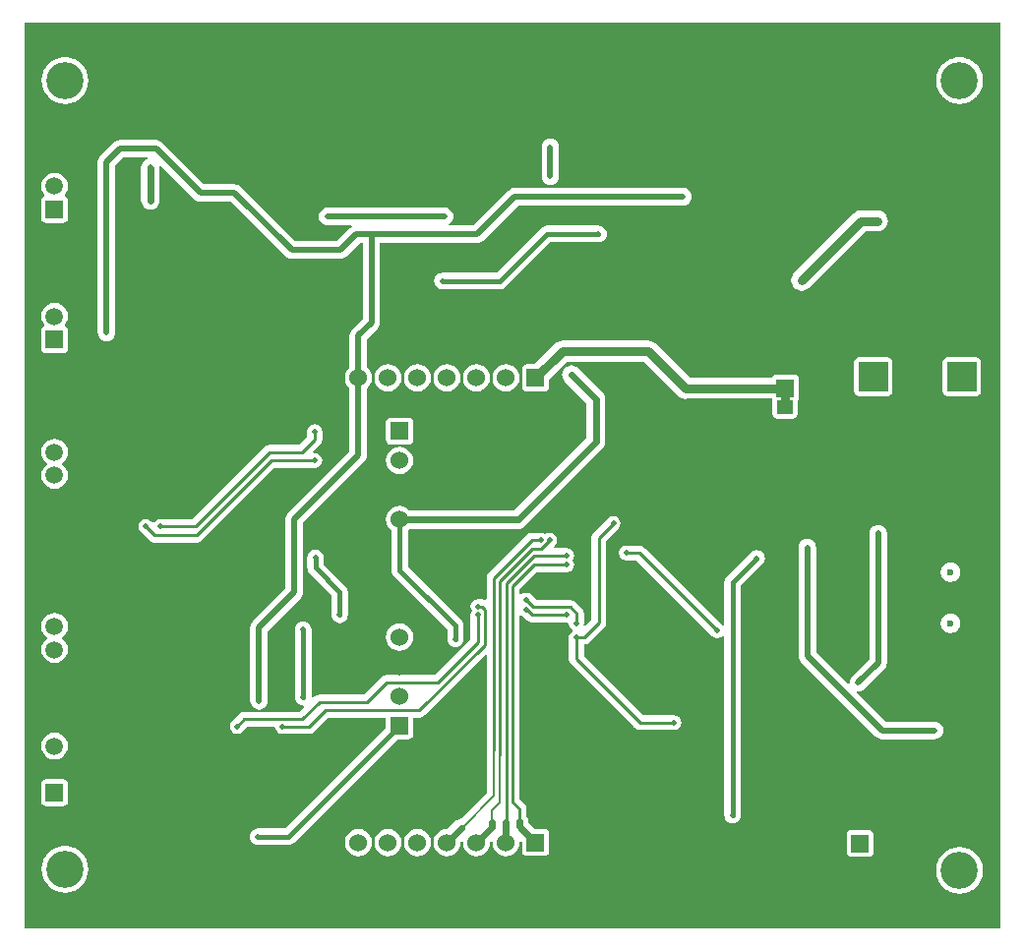
<source format=gbl>
G04 Layer_Physical_Order=2*
G04 Layer_Color=255*
%FSLAX25Y25*%
%MOIN*%
G70*
G01*
G75*
%ADD15R,0.05315X0.04528*%
%ADD41C,0.01968*%
%ADD42C,0.01968*%
%ADD43C,0.01575*%
%ADD45C,0.01000*%
%ADD46C,0.02362*%
%ADD47C,0.03150*%
%ADD48C,0.00787*%
%ADD50C,0.12598*%
%ADD51R,0.05905X0.05905*%
%ADD52C,0.05905*%
%ADD53R,0.05905X0.05905*%
%ADD54R,0.09842X0.09842*%
%ADD55C,0.09842*%
%ADD56C,0.06000*%
%ADD57R,0.06000X0.06000*%
%ADD58R,0.06000X0.06000*%
%ADD59C,0.02362*%
G36*
X342486Y11845D02*
X11845D01*
Y318864D01*
X342486D01*
Y11845D01*
D02*
G37*
%LPC*%
G36*
X22047Y118740D02*
X20865Y118584D01*
X19764Y118128D01*
X18818Y117402D01*
X18092Y116457D01*
X17636Y115355D01*
X17481Y114173D01*
X17636Y112991D01*
X18092Y111890D01*
X18818Y110944D01*
X19415Y110486D01*
Y109986D01*
X18818Y109528D01*
X18092Y108582D01*
X17636Y107481D01*
X17481Y106299D01*
X17636Y105117D01*
X18092Y104016D01*
X18818Y103070D01*
X19764Y102344D01*
X20865Y101888D01*
X22047Y101733D01*
X23229Y101888D01*
X24330Y102344D01*
X25276Y103070D01*
X26002Y104016D01*
X26458Y105117D01*
X26614Y106299D01*
X26458Y107481D01*
X26002Y108582D01*
X25276Y109528D01*
X24680Y109986D01*
Y110486D01*
X25276Y110944D01*
X26002Y111890D01*
X26458Y112991D01*
X26614Y114173D01*
X26458Y115355D01*
X26002Y116457D01*
X25276Y117402D01*
X24330Y118128D01*
X23229Y118584D01*
X22047Y118740D01*
D02*
G37*
G36*
X138976Y115165D02*
X137782Y115008D01*
X136669Y114547D01*
X135714Y113814D01*
X134980Y112858D01*
X134519Y111745D01*
X134362Y110551D01*
X134519Y109357D01*
X134980Y108244D01*
X135714Y107288D01*
X136669Y106555D01*
X137782Y106094D01*
X138976Y105937D01*
X140171Y106094D01*
X141284Y106555D01*
X142239Y107288D01*
X142973Y108244D01*
X143433Y109357D01*
X143591Y110551D01*
X143433Y111745D01*
X142973Y112858D01*
X142239Y113814D01*
X141284Y114547D01*
X140171Y115008D01*
X138976Y115165D01*
D02*
G37*
G36*
X56496Y279061D02*
X44094D01*
X43324Y278959D01*
X42605Y278662D01*
X41989Y278189D01*
X37559Y273760D01*
X37086Y273143D01*
X36789Y272424D01*
X36687Y271654D01*
Y213779D01*
X36789Y213009D01*
X37086Y212290D01*
X37559Y211674D01*
X38176Y211200D01*
X38895Y210903D01*
X39665Y210801D01*
X40436Y210903D01*
X41155Y211200D01*
X41771Y211674D01*
X42245Y212290D01*
X42542Y213009D01*
X42644Y213779D01*
Y270420D01*
X45328Y273104D01*
X53483D01*
X53583Y272604D01*
X52939Y272338D01*
X52281Y271833D01*
X51776Y271175D01*
X51459Y270409D01*
X51351Y269587D01*
Y258661D01*
X51459Y257839D01*
X51776Y257073D01*
X52281Y256415D01*
X52939Y255910D01*
X53705Y255593D01*
X54528Y255485D01*
X55350Y255593D01*
X56116Y255910D01*
X56774Y256415D01*
X57279Y257073D01*
X57596Y257839D01*
X57704Y258661D01*
Y269587D01*
X57648Y270011D01*
X58122Y270245D01*
X69351Y259016D01*
X69351Y259016D01*
X69968Y258543D01*
X70686Y258245D01*
X71457Y258144D01*
X71457Y258144D01*
X81837D01*
X100355Y239626D01*
X100355Y239626D01*
X100971Y239153D01*
X101690Y238856D01*
X102461Y238754D01*
X102461Y238754D01*
X118898D01*
X119668Y238856D01*
X120387Y239153D01*
X121004Y239626D01*
X125446Y244069D01*
X126451D01*
Y218458D01*
X122933Y214941D01*
X122460Y214324D01*
X122163Y213605D01*
X122061Y212835D01*
Y201906D01*
X121777Y201688D01*
X121043Y200732D01*
X120582Y199619D01*
X120425Y198425D01*
X120582Y197231D01*
X121043Y196118D01*
X121777Y195162D01*
X122061Y194944D01*
Y173517D01*
X101241Y152697D01*
X100767Y152080D01*
X100470Y151361D01*
X100368Y150591D01*
Y127120D01*
X89233Y115984D01*
X88759Y115367D01*
X88462Y114649D01*
X88360Y113878D01*
Y88976D01*
X88462Y88206D01*
X88759Y87487D01*
X89233Y86870D01*
X89850Y86397D01*
X90568Y86100D01*
X91339Y85998D01*
X92109Y86100D01*
X92828Y86397D01*
X93445Y86870D01*
X93918Y87487D01*
X94215Y88206D01*
X94317Y88976D01*
Y112644D01*
X105452Y123780D01*
X105452Y123780D01*
X105926Y124397D01*
X106223Y125115D01*
X106325Y125886D01*
X106325Y125886D01*
Y149357D01*
X127145Y170177D01*
X127145Y170177D01*
X127619Y170794D01*
X127916Y171513D01*
X128018Y172283D01*
X128018Y172283D01*
Y194944D01*
X128302Y195162D01*
X129035Y196118D01*
X129496Y197231D01*
X129654Y198425D01*
X129496Y199619D01*
X129035Y200732D01*
X128302Y201688D01*
X128018Y201906D01*
Y211601D01*
X131535Y215119D01*
X132008Y215735D01*
X132306Y216454D01*
X132407Y217224D01*
X132407Y217225D01*
Y244069D01*
X165157D01*
X165928Y244170D01*
X166647Y244468D01*
X167263Y244941D01*
X179186Y256864D01*
X235039D01*
X235810Y256966D01*
X236528Y257263D01*
X237145Y257737D01*
X237619Y258353D01*
X237916Y259072D01*
X238018Y259842D01*
X237916Y260613D01*
X237619Y261332D01*
X237145Y261948D01*
X236528Y262422D01*
X235810Y262719D01*
X235039Y262821D01*
X177953D01*
X177953Y262821D01*
X177182Y262719D01*
X176464Y262422D01*
X175847Y261948D01*
X163924Y250026D01*
X155712D01*
X155613Y250525D01*
X155721Y250570D01*
X156338Y251044D01*
X156811Y251660D01*
X157109Y252379D01*
X157211Y253150D01*
X157109Y253920D01*
X156811Y254639D01*
X156338Y255256D01*
X155721Y255729D01*
X155003Y256026D01*
X154232Y256128D01*
X114567Y256128D01*
X113796Y256026D01*
X113078Y255729D01*
X112461Y255256D01*
X111988Y254639D01*
X111690Y253920D01*
X111589Y253150D01*
X111690Y252379D01*
X111988Y251660D01*
X112461Y251044D01*
X113078Y250570D01*
X113796Y250273D01*
X114567Y250171D01*
X122732D01*
X122832Y249671D01*
X122723Y249626D01*
X122107Y249153D01*
X117664Y244710D01*
X103694D01*
X85177Y263228D01*
X84560Y263701D01*
X83842Y263999D01*
X83071Y264100D01*
X72690D01*
X58602Y278189D01*
X57985Y278662D01*
X57267Y278959D01*
X56496Y279061D01*
D02*
G37*
G36*
X301181Y148647D02*
X300410Y148546D01*
X299692Y148249D01*
X299075Y147775D01*
X298602Y147158D01*
X298304Y146440D01*
X298203Y145669D01*
Y103202D01*
X292284Y97283D01*
X291810Y96666D01*
X291513Y95948D01*
X291411Y95177D01*
X291453Y94864D01*
X290979Y94630D01*
X280144Y105466D01*
Y140945D01*
X280042Y141716D01*
X279745Y142434D01*
X279271Y143051D01*
X278655Y143524D01*
X277936Y143822D01*
X277165Y143923D01*
X276395Y143822D01*
X275676Y143524D01*
X275059Y143051D01*
X274586Y142434D01*
X274289Y141716D01*
X274187Y140945D01*
Y104232D01*
X274289Y103462D01*
X274586Y102743D01*
X275059Y102126D01*
X300355Y76831D01*
X300972Y76358D01*
X301690Y76060D01*
X302461Y75959D01*
X302461Y75959D01*
X320276D01*
X321046Y76060D01*
X321765Y76358D01*
X322381Y76831D01*
X322855Y77448D01*
X323152Y78166D01*
X323254Y78937D01*
X323152Y79708D01*
X322855Y80426D01*
X322381Y81043D01*
X321765Y81516D01*
X321046Y81814D01*
X320276Y81915D01*
X303694D01*
X293843Y91767D01*
X294076Y92240D01*
X294390Y92199D01*
X295161Y92300D01*
X295879Y92598D01*
X296496Y93071D01*
X303287Y99862D01*
X303287Y99863D01*
X303760Y100479D01*
X304058Y101198D01*
X304159Y101969D01*
X304159Y101969D01*
Y145669D01*
X304058Y146440D01*
X303760Y147158D01*
X303287Y147775D01*
X302670Y148249D01*
X301952Y148546D01*
X301181Y148647D01*
D02*
G37*
G36*
X325689Y118668D02*
X325534Y118638D01*
X325376D01*
X324685Y118500D01*
X324106Y118260D01*
X323520Y117869D01*
X323520Y117869D01*
X323077Y117426D01*
X323077Y117426D01*
X322685Y116840D01*
X322685Y116840D01*
X322445Y116261D01*
X322308Y115570D01*
Y114943D01*
X322445Y114252D01*
X322685Y113673D01*
X323077Y113087D01*
X323077Y113087D01*
X323520Y112644D01*
X323520Y112644D01*
X324106Y112252D01*
X324106Y112252D01*
X324685Y112013D01*
X325376Y111875D01*
X325534D01*
X325689Y111844D01*
X325844Y111875D01*
X326002D01*
X326694Y112013D01*
X327272Y112252D01*
X327858Y112644D01*
X327858Y112644D01*
X328301Y113087D01*
X328301Y113087D01*
X328693Y113673D01*
X328693Y113673D01*
X328933Y114252D01*
X329070Y114943D01*
Y115570D01*
X328933Y116261D01*
X328693Y116840D01*
X328301Y117426D01*
X328301Y117426D01*
X327858Y117869D01*
X327858Y117869D01*
X327272Y118260D01*
X327272Y118260D01*
X326694Y118500D01*
X326002Y118638D01*
X325844D01*
X325689Y118668D01*
D02*
G37*
G36*
Y135991D02*
X325534Y135960D01*
X325376D01*
X324685Y135822D01*
X324106Y135583D01*
X323520Y135191D01*
X323520Y135191D01*
X323077Y134748D01*
X323077Y134748D01*
X322685Y134162D01*
X322685Y134162D01*
X322445Y133583D01*
X322308Y132892D01*
Y132265D01*
X322445Y131574D01*
X322685Y130995D01*
X323077Y130409D01*
X323077Y130409D01*
X323520Y129966D01*
X323520Y129966D01*
X324106Y129575D01*
X324106Y129575D01*
X324685Y129335D01*
X325376Y129198D01*
X325534D01*
X325689Y129167D01*
X325844Y129198D01*
X326002D01*
X326694Y129335D01*
X327272Y129575D01*
X327858Y129966D01*
X327858Y129966D01*
X328301Y130409D01*
X328301Y130409D01*
X328693Y130995D01*
X328693Y130995D01*
X328933Y131574D01*
X329070Y132265D01*
Y132892D01*
X328933Y133583D01*
X328693Y134162D01*
X328301Y134748D01*
X328301Y134748D01*
X327858Y135191D01*
X327858Y135191D01*
X327272Y135583D01*
X327272Y135583D01*
X326694Y135822D01*
X326002Y135960D01*
X325844D01*
X325689Y135991D01*
D02*
G37*
G36*
X110236Y182832D02*
X109273Y182640D01*
X108457Y182095D01*
X107911Y181278D01*
X107719Y180315D01*
Y178602D01*
X104863Y175745D01*
X94882D01*
X93919Y175554D01*
X93102Y175008D01*
X68741Y150647D01*
X57973D01*
X57009Y150455D01*
X56193Y149910D01*
X55891Y149458D01*
X55247Y149395D01*
X54732Y149910D01*
X53916Y150455D01*
X52953Y150647D01*
X51990Y150455D01*
X51173Y149910D01*
X50627Y149093D01*
X50436Y148130D01*
X50627Y147167D01*
X51173Y146350D01*
X54126Y143397D01*
X54942Y142852D01*
X55905Y142660D01*
X70276D01*
X71239Y142852D01*
X72055Y143397D01*
X96515Y167857D01*
X110236D01*
X111199Y168049D01*
X112016Y168594D01*
X112562Y169411D01*
X112753Y170374D01*
X112562Y171337D01*
X112016Y172154D01*
X111199Y172699D01*
X110236Y172891D01*
X109781D01*
X109589Y173353D01*
X112016Y175779D01*
X112562Y176596D01*
X112753Y177559D01*
Y180315D01*
X112562Y181278D01*
X112016Y182095D01*
X111199Y182640D01*
X110236Y182832D01*
D02*
G37*
G36*
X211417Y151533D02*
X210454Y151341D01*
X209638Y150795D01*
X204716Y145874D01*
X204171Y145058D01*
X203979Y144095D01*
Y116495D01*
X201746Y114262D01*
X201286Y114509D01*
X201434Y115256D01*
Y118602D01*
X201243Y119565D01*
X200697Y120382D01*
X198630Y122449D01*
X197814Y122995D01*
X196850Y123186D01*
X185393D01*
X183768Y124811D01*
X182951Y125357D01*
X181988Y125548D01*
X181841Y125519D01*
X181693Y125548D01*
X180730Y125357D01*
X180182Y124991D01*
X179682Y125258D01*
Y126713D01*
X185491Y132522D01*
X195669D01*
X196632Y132714D01*
X197449Y133260D01*
X197995Y134076D01*
X198186Y135039D01*
X197995Y136003D01*
X197586Y136614D01*
X197995Y137226D01*
X198186Y138189D01*
X197995Y139152D01*
X197449Y139969D01*
X196632Y140514D01*
X195669Y140706D01*
X191375D01*
X191184Y141168D01*
X191642Y141626D01*
X192188Y142442D01*
X192379Y143405D01*
X192188Y144369D01*
X191642Y145185D01*
X190825Y145731D01*
X189862Y145922D01*
X188899Y145731D01*
X188386Y145388D01*
X187873Y145731D01*
X186909Y145922D01*
X183760D01*
X182797Y145731D01*
X181980Y145185D01*
X169185Y132390D01*
X168639Y131573D01*
X168448Y130610D01*
Y123383D01*
X168007Y123148D01*
X167794Y123290D01*
X166831Y123481D01*
X165551D01*
X164588Y123290D01*
X163771Y122744D01*
X163226Y121928D01*
X163034Y120965D01*
X163226Y120001D01*
X163569Y119488D01*
X163226Y118975D01*
X163034Y118012D01*
Y109901D01*
X150926Y97792D01*
X134646D01*
X133683Y97601D01*
X132866Y97055D01*
X126910Y91100D01*
X111811D01*
X110848Y90908D01*
X110031Y90362D01*
X109546Y89877D01*
X109073Y90111D01*
X109079Y90158D01*
Y113091D01*
X108984Y113810D01*
X108706Y114480D01*
X108265Y115056D01*
X107689Y115498D01*
X107019Y115776D01*
X106299Y115870D01*
X105580Y115776D01*
X104909Y115498D01*
X104334Y115056D01*
X103892Y114480D01*
X103614Y113810D01*
X103519Y113091D01*
Y90158D01*
X103614Y89438D01*
X103892Y88768D01*
X104334Y88192D01*
X104909Y87750D01*
X105580Y87472D01*
X106299Y87378D01*
X106346Y87384D01*
X106579Y86910D01*
X104863Y85194D01*
X86339D01*
X85375Y85002D01*
X84559Y84457D01*
X82197Y82095D01*
X81651Y81278D01*
X81459Y80315D01*
X81651Y79352D01*
X82197Y78535D01*
X83013Y77990D01*
X83976Y77798D01*
X84939Y77990D01*
X85756Y78535D01*
X87381Y80160D01*
X96727D01*
X96887Y79352D01*
X97433Y78535D01*
X98249Y77990D01*
X99213Y77798D01*
X108268D01*
X109231Y77990D01*
X110047Y78535D01*
X114822Y83310D01*
X134371D01*
Y79877D01*
X100187Y45693D01*
X90945D01*
X90225Y45598D01*
X89555Y45321D01*
X88979Y44879D01*
X88538Y44303D01*
X88260Y43633D01*
X88165Y42913D01*
X88260Y42194D01*
X88538Y41524D01*
X88979Y40948D01*
X89555Y40506D01*
X90225Y40228D01*
X90945Y40134D01*
X101339D01*
X102058Y40228D01*
X102728Y40506D01*
X103304Y40948D01*
X138302Y75946D01*
X141976D01*
X142591Y76068D01*
X143112Y76416D01*
X143460Y76937D01*
X143582Y77551D01*
Y83310D01*
X145669D01*
X146632Y83501D01*
X147449Y84047D01*
X167986Y104584D01*
X168448Y104393D01*
Y72146D01*
X168556Y71601D01*
Y57691D01*
X159901Y49035D01*
X159138Y48935D01*
X158372Y48617D01*
X157714Y48112D01*
X155147Y45545D01*
X155039Y45559D01*
X153845Y45402D01*
X152732Y44941D01*
X151777Y44208D01*
X151043Y43252D01*
X150582Y42139D01*
X150425Y40945D01*
X150582Y39751D01*
X151043Y38638D01*
X151777Y37682D01*
X152732Y36949D01*
X153845Y36488D01*
X155039Y36331D01*
X156234Y36488D01*
X157346Y36949D01*
X158302Y37682D01*
X159035Y38638D01*
X159496Y39751D01*
X159654Y40945D01*
X159640Y41052D01*
X160011Y41423D01*
X160459Y41202D01*
X160425Y40945D01*
X160582Y39751D01*
X161043Y38638D01*
X161777Y37682D01*
X162732Y36949D01*
X163845Y36488D01*
X165039Y36331D01*
X166234Y36488D01*
X167347Y36949D01*
X168302Y37682D01*
X169035Y38638D01*
X169496Y39751D01*
X169654Y40945D01*
X169640Y41052D01*
X170010Y41423D01*
X170459Y41202D01*
X170425Y40945D01*
X170582Y39751D01*
X171043Y38638D01*
X171777Y37682D01*
X172732Y36949D01*
X173845Y36488D01*
X175039Y36331D01*
X176234Y36488D01*
X177347Y36949D01*
X178302Y37682D01*
X179035Y38638D01*
X179496Y39751D01*
X179654Y40945D01*
X179620Y41202D01*
X180068Y41423D01*
X180434Y41058D01*
Y37945D01*
X180556Y37330D01*
X180904Y36810D01*
X181425Y36461D01*
X182039Y36339D01*
X188039D01*
X188654Y36461D01*
X189175Y36810D01*
X189523Y37330D01*
X189645Y37945D01*
Y43945D01*
X189523Y44559D01*
X189175Y45080D01*
X188654Y45428D01*
X188039Y45551D01*
X184926D01*
X182606Y47871D01*
Y48031D01*
X182498Y48854D01*
X182180Y49620D01*
X181946Y49925D01*
Y52362D01*
X181754Y53325D01*
X181209Y54142D01*
X179682Y55668D01*
Y117930D01*
X180161Y118075D01*
X180209Y118004D01*
X180802Y117607D01*
X182177Y116232D01*
X182993Y115687D01*
X183957Y115495D01*
X195669D01*
X196023Y115565D01*
X196400Y115256D01*
X196592Y114293D01*
X197138Y113476D01*
X197559Y113194D01*
Y112593D01*
X197138Y112311D01*
X196592Y111495D01*
X196400Y110531D01*
Y103150D01*
X196592Y102187D01*
X197138Y101370D01*
X218693Y79815D01*
X219509Y79269D01*
X220472Y79078D01*
X231988D01*
X232951Y79269D01*
X233768Y79815D01*
X234314Y80631D01*
X234505Y81595D01*
X234314Y82558D01*
X233768Y83374D01*
X232951Y83920D01*
X231988Y84111D01*
X221515D01*
X201434Y104192D01*
Y108015D01*
X201575D01*
X202538Y108206D01*
X203355Y108752D01*
X208276Y113673D01*
X208821Y114490D01*
X209013Y115453D01*
Y143052D01*
X213197Y147236D01*
X213743Y148053D01*
X213934Y149016D01*
X213743Y149979D01*
X213197Y150795D01*
X212381Y151341D01*
X211417Y151533D01*
D02*
G37*
G36*
X110433Y140181D02*
X109714Y140086D01*
X109043Y139809D01*
X108467Y139367D01*
X108026Y138791D01*
X107748Y138121D01*
X107653Y137402D01*
Y134055D01*
X107748Y133336D01*
X108026Y132665D01*
X108467Y132090D01*
X115921Y124636D01*
Y118110D01*
X116016Y117391D01*
X116294Y116720D01*
X116735Y116145D01*
X117311Y115703D01*
X117981Y115425D01*
X118701Y115331D01*
X119420Y115425D01*
X120091Y115703D01*
X120666Y116145D01*
X121108Y116720D01*
X121386Y117391D01*
X121481Y118110D01*
Y125787D01*
X121386Y126507D01*
X121108Y127177D01*
X120666Y127753D01*
X113213Y135206D01*
Y137402D01*
X113118Y138121D01*
X112840Y138791D01*
X112399Y139367D01*
X111823Y139809D01*
X111153Y140086D01*
X110433Y140181D01*
D02*
G37*
G36*
X135039Y45559D02*
X133845Y45402D01*
X132732Y44941D01*
X131777Y44208D01*
X131043Y43252D01*
X130582Y42139D01*
X130425Y40945D01*
X130582Y39751D01*
X131043Y38638D01*
X131777Y37682D01*
X132732Y36949D01*
X133845Y36488D01*
X135039Y36331D01*
X136234Y36488D01*
X137346Y36949D01*
X138302Y37682D01*
X139035Y38638D01*
X139496Y39751D01*
X139654Y40945D01*
X139496Y42139D01*
X139035Y43252D01*
X138302Y44208D01*
X137346Y44941D01*
X136234Y45402D01*
X135039Y45559D01*
D02*
G37*
G36*
X145039D02*
X143845Y45402D01*
X142732Y44941D01*
X141777Y44208D01*
X141043Y43252D01*
X140582Y42139D01*
X140425Y40945D01*
X140582Y39751D01*
X141043Y38638D01*
X141777Y37682D01*
X142732Y36949D01*
X143845Y36488D01*
X145039Y36331D01*
X146234Y36488D01*
X147346Y36949D01*
X148302Y37682D01*
X149035Y38638D01*
X149496Y39751D01*
X149654Y40945D01*
X149496Y42139D01*
X149035Y43252D01*
X148302Y44208D01*
X147346Y44941D01*
X146234Y45402D01*
X145039Y45559D01*
D02*
G37*
G36*
X297933Y45208D02*
X292028D01*
X291413Y45086D01*
X290892Y44738D01*
X290544Y44217D01*
X290422Y43602D01*
Y37697D01*
X290544Y37082D01*
X290892Y36562D01*
X291413Y36213D01*
X292028Y36091D01*
X297933D01*
X298548Y36213D01*
X299068Y36562D01*
X299416Y37082D01*
X299539Y37697D01*
Y43602D01*
X299416Y44217D01*
X299068Y44738D01*
X298548Y45086D01*
X297933Y45208D01*
D02*
G37*
G36*
X125039Y45559D02*
X123845Y45402D01*
X122732Y44941D01*
X121777Y44208D01*
X121043Y43252D01*
X120582Y42139D01*
X120425Y40945D01*
X120582Y39751D01*
X121043Y38638D01*
X121777Y37682D01*
X122732Y36949D01*
X123845Y36488D01*
X125039Y36331D01*
X126234Y36488D01*
X127347Y36949D01*
X128302Y37682D01*
X129035Y38638D01*
X129496Y39751D01*
X129654Y40945D01*
X129496Y42139D01*
X129035Y43252D01*
X128302Y44208D01*
X127347Y44941D01*
X126234Y45402D01*
X125039Y45559D01*
D02*
G37*
G36*
X328740Y39431D02*
X328662Y39416D01*
X328583Y39424D01*
X327348Y39302D01*
X327197Y39256D01*
X327039Y39241D01*
X325852Y38880D01*
X325712Y38806D01*
X325561Y38760D01*
X324467Y38175D01*
X324344Y38075D01*
X324205Y38000D01*
X323246Y37213D01*
X323145Y37091D01*
X323023Y36990D01*
X322236Y36031D01*
X322162Y35892D01*
X322061Y35770D01*
X321476Y34675D01*
X321430Y34524D01*
X321356Y34384D01*
X320996Y33197D01*
X320980Y33040D01*
X320934Y32888D01*
X320813Y31653D01*
X320828Y31496D01*
X320813Y31339D01*
X320934Y30104D01*
X320980Y29952D01*
X320996Y29795D01*
X321356Y28608D01*
X321430Y28468D01*
X321476Y28317D01*
X322061Y27223D01*
X322162Y27100D01*
X322236Y26961D01*
X323023Y26002D01*
X323145Y25901D01*
X323246Y25779D01*
X324205Y24992D01*
X324344Y24917D01*
X324467Y24817D01*
X325561Y24232D01*
X325712Y24186D01*
X325852Y24112D01*
X327039Y23752D01*
X327197Y23736D01*
X327348Y23690D01*
X328583Y23569D01*
X328662Y23576D01*
X328740Y23561D01*
X328818Y23576D01*
X328898Y23569D01*
X330132Y23690D01*
X330284Y23736D01*
X330441Y23752D01*
X331628Y24112D01*
X331768Y24186D01*
X331919Y24232D01*
X333014Y24817D01*
X333136Y24917D01*
X333275Y24992D01*
X334234Y25779D01*
X334335Y25901D01*
X334457Y26002D01*
X335244Y26961D01*
X335319Y27100D01*
X335419Y27223D01*
X336004Y28317D01*
X336050Y28468D01*
X336124Y28608D01*
X336485Y29795D01*
X336500Y29952D01*
X336546Y30104D01*
X336668Y31339D01*
X336652Y31496D01*
X336668Y31653D01*
X336546Y32888D01*
X336500Y33040D01*
X336485Y33197D01*
X336124Y34384D01*
X336050Y34524D01*
X336004Y34675D01*
X335419Y35770D01*
X335319Y35892D01*
X335244Y36031D01*
X334457Y36990D01*
X334335Y37091D01*
X334234Y37213D01*
X333275Y38000D01*
X333136Y38075D01*
X333014Y38175D01*
X331919Y38760D01*
X331768Y38806D01*
X331628Y38880D01*
X330441Y39241D01*
X330284Y39256D01*
X330132Y39302D01*
X328898Y39424D01*
X328818Y39416D01*
X328740Y39431D01*
D02*
G37*
G36*
X25000Y62432D02*
X19094D01*
X18480Y62310D01*
X17959Y61962D01*
X17611Y61441D01*
X17489Y60827D01*
Y54921D01*
X17611Y54307D01*
X17959Y53786D01*
X18480Y53438D01*
X19094Y53316D01*
X25000D01*
X25614Y53438D01*
X26135Y53786D01*
X26483Y54307D01*
X26606Y54921D01*
Y60827D01*
X26483Y61441D01*
X26135Y61962D01*
X25614Y62310D01*
X25000Y62432D01*
D02*
G37*
G36*
X22047Y78189D02*
X20865Y78033D01*
X19764Y77577D01*
X18818Y76851D01*
X18092Y75905D01*
X17636Y74804D01*
X17481Y73622D01*
X17636Y72440D01*
X18092Y71339D01*
X18818Y70393D01*
X19764Y69667D01*
X20865Y69211D01*
X22047Y69055D01*
X23229Y69211D01*
X24330Y69667D01*
X25276Y70393D01*
X26002Y71339D01*
X26458Y72440D01*
X26614Y73622D01*
X26458Y74804D01*
X26002Y75905D01*
X25276Y76851D01*
X24330Y77577D01*
X23229Y78033D01*
X22047Y78189D01*
D02*
G37*
G36*
X25591Y39825D02*
X25512Y39810D01*
X25433Y39817D01*
X24198Y39696D01*
X24047Y39650D01*
X23890Y39634D01*
X22702Y39274D01*
X22563Y39200D01*
X22411Y39154D01*
X21317Y38569D01*
X21195Y38469D01*
X21055Y38394D01*
X20096Y37607D01*
X19996Y37484D01*
X19874Y37384D01*
X19086Y36425D01*
X19012Y36285D01*
X18912Y36163D01*
X18327Y35069D01*
X18281Y34918D01*
X18206Y34778D01*
X17846Y33591D01*
X17831Y33433D01*
X17785Y33282D01*
X17663Y32047D01*
X17678Y31890D01*
X17663Y31732D01*
X17785Y30498D01*
X17831Y30346D01*
X17846Y30189D01*
X18206Y29001D01*
X18281Y28862D01*
X18327Y28711D01*
X18912Y27616D01*
X19012Y27494D01*
X19086Y27355D01*
X19874Y26395D01*
X19996Y26295D01*
X20096Y26173D01*
X21055Y25386D01*
X21195Y25311D01*
X21317Y25211D01*
X22411Y24626D01*
X22563Y24580D01*
X22702Y24505D01*
X23890Y24145D01*
X24047Y24130D01*
X24198Y24084D01*
X25433Y23962D01*
X25512Y23970D01*
X25591Y23954D01*
X25669Y23970D01*
X25748Y23962D01*
X26983Y24084D01*
X27134Y24130D01*
X27292Y24145D01*
X28479Y24505D01*
X28618Y24580D01*
X28770Y24626D01*
X29864Y25211D01*
X29986Y25311D01*
X30126Y25386D01*
X31085Y26173D01*
X31185Y26295D01*
X31308Y26395D01*
X32095Y27355D01*
X32169Y27494D01*
X32269Y27616D01*
X32855Y28711D01*
X32900Y28862D01*
X32975Y29001D01*
X33335Y30189D01*
X33351Y30346D01*
X33397Y30498D01*
X33518Y31732D01*
X33503Y31890D01*
X33518Y32047D01*
X33397Y33282D01*
X33351Y33433D01*
X33335Y33591D01*
X32975Y34778D01*
X32900Y34918D01*
X32855Y35069D01*
X32269Y36163D01*
X32169Y36285D01*
X32095Y36425D01*
X31308Y37384D01*
X31185Y37484D01*
X31085Y37607D01*
X30126Y38394D01*
X29986Y38469D01*
X29864Y38569D01*
X28770Y39154D01*
X28618Y39200D01*
X28479Y39274D01*
X27292Y39634D01*
X27134Y39650D01*
X26983Y39696D01*
X25748Y39817D01*
X25669Y39810D01*
X25591Y39825D01*
D02*
G37*
G36*
X220276Y141592D02*
X215748D01*
X214785Y141400D01*
X213968Y140855D01*
X213423Y140038D01*
X213231Y139075D01*
X213423Y138112D01*
X213968Y137295D01*
X214785Y136749D01*
X215748Y136558D01*
X219233D01*
X244874Y110917D01*
X245690Y110372D01*
X246654Y110180D01*
X247617Y110372D01*
X248433Y110917D01*
X248492Y111005D01*
X248992Y110853D01*
Y50197D01*
X249087Y49477D01*
X249364Y48807D01*
X249806Y48231D01*
X250382Y47790D01*
X251052Y47512D01*
X251772Y47417D01*
X252491Y47512D01*
X253162Y47790D01*
X253737Y48231D01*
X254179Y48807D01*
X254457Y49477D01*
X254551Y50197D01*
Y127884D01*
X262005Y135338D01*
X262447Y135913D01*
X262724Y136584D01*
X262819Y137303D01*
X262724Y138023D01*
X262447Y138693D01*
X262005Y139269D01*
X261429Y139710D01*
X260759Y139988D01*
X260039Y140083D01*
X259320Y139988D01*
X258649Y139710D01*
X258074Y139269D01*
X249806Y131001D01*
X249364Y130425D01*
X249087Y129755D01*
X248992Y129035D01*
Y114540D01*
X248492Y114389D01*
X248433Y114477D01*
X222055Y140855D01*
X221239Y141400D01*
X220276Y141592D01*
D02*
G37*
G36*
X22047Y223858D02*
X20865Y223702D01*
X19764Y223246D01*
X18818Y222520D01*
X18092Y221575D01*
X17636Y220473D01*
X17481Y219291D01*
X17636Y218109D01*
X18092Y217008D01*
X18573Y216382D01*
X18518Y216070D01*
X18393Y215795D01*
X17959Y215505D01*
X17611Y214984D01*
X17489Y214370D01*
Y208465D01*
X17611Y207850D01*
X17959Y207329D01*
X18480Y206981D01*
X19094Y206859D01*
X25000D01*
X25614Y206981D01*
X26135Y207329D01*
X26483Y207850D01*
X26606Y208465D01*
Y214370D01*
X26483Y214984D01*
X26135Y215505D01*
X25702Y215795D01*
X25576Y216070D01*
X25521Y216382D01*
X26002Y217008D01*
X26458Y218109D01*
X26614Y219291D01*
X26458Y220473D01*
X26002Y221575D01*
X25276Y222520D01*
X24330Y223246D01*
X23229Y223702D01*
X22047Y223858D01*
D02*
G37*
G36*
X295276Y255149D02*
X294351Y255027D01*
X293489Y254670D01*
X292748Y254102D01*
X272670Y234023D01*
X272102Y233283D01*
X271745Y232421D01*
X271623Y231496D01*
X271745Y230571D01*
X272102Y229709D01*
X272670Y228969D01*
X273410Y228401D01*
X274272Y228044D01*
X275197Y227922D01*
X276122Y228044D01*
X276984Y228401D01*
X277724Y228969D01*
X296756Y248001D01*
X300886D01*
X301811Y248123D01*
X302673Y248480D01*
X303413Y249048D01*
X303981Y249788D01*
X304338Y250650D01*
X304460Y251575D01*
X304338Y252500D01*
X303981Y253362D01*
X303413Y254102D01*
X302673Y254670D01*
X301811Y255027D01*
X300886Y255149D01*
X295276D01*
X295276Y255149D01*
D02*
G37*
G36*
X165039Y203040D02*
X163845Y202882D01*
X162732Y202421D01*
X161777Y201688D01*
X161043Y200732D01*
X160582Y199619D01*
X160425Y198425D01*
X160582Y197231D01*
X161043Y196118D01*
X161777Y195162D01*
X162732Y194429D01*
X163845Y193968D01*
X165039Y193811D01*
X166234Y193968D01*
X167347Y194429D01*
X168302Y195162D01*
X169035Y196118D01*
X169496Y197231D01*
X169654Y198425D01*
X169496Y199619D01*
X169035Y200732D01*
X168302Y201688D01*
X167347Y202421D01*
X166234Y202882D01*
X165039Y203040D01*
D02*
G37*
G36*
X175039D02*
X173845Y202882D01*
X172732Y202421D01*
X171777Y201688D01*
X171043Y200732D01*
X170582Y199619D01*
X170425Y198425D01*
X170582Y197231D01*
X171043Y196118D01*
X171777Y195162D01*
X172732Y194429D01*
X173845Y193968D01*
X175039Y193811D01*
X176234Y193968D01*
X177347Y194429D01*
X178302Y195162D01*
X179035Y196118D01*
X179496Y197231D01*
X179654Y198425D01*
X179496Y199619D01*
X179035Y200732D01*
X178302Y201688D01*
X177347Y202421D01*
X176234Y202882D01*
X175039Y203040D01*
D02*
G37*
G36*
X206398Y250024D02*
X188976D01*
X188257Y249929D01*
X187586Y249651D01*
X187011Y249210D01*
X171880Y234079D01*
X153445D01*
X152726Y233984D01*
X152055Y233706D01*
X151479Y233265D01*
X151038Y232689D01*
X150760Y232019D01*
X150665Y231299D01*
X150760Y230580D01*
X151038Y229909D01*
X151479Y229334D01*
X152055Y228892D01*
X152726Y228614D01*
X153445Y228520D01*
X173031D01*
X173751Y228614D01*
X174421Y228892D01*
X174997Y229334D01*
X190128Y244464D01*
X206398D01*
X207117Y244559D01*
X207787Y244837D01*
X208363Y245279D01*
X208805Y245854D01*
X209083Y246525D01*
X209177Y247244D01*
X209083Y247964D01*
X208805Y248634D01*
X208363Y249210D01*
X207787Y249651D01*
X207117Y249929D01*
X206398Y250024D01*
D02*
G37*
G36*
X25591Y307148D02*
X25512Y307132D01*
X25433Y307140D01*
X24198Y307019D01*
X24047Y306973D01*
X23890Y306957D01*
X22702Y306597D01*
X22563Y306522D01*
X22411Y306476D01*
X21317Y305892D01*
X21195Y305791D01*
X21055Y305717D01*
X20096Y304930D01*
X19996Y304807D01*
X19874Y304707D01*
X19086Y303748D01*
X19012Y303608D01*
X18912Y303486D01*
X18327Y302392D01*
X18281Y302240D01*
X18206Y302101D01*
X17846Y300914D01*
X17831Y300756D01*
X17785Y300605D01*
X17663Y299370D01*
X17678Y299213D01*
X17663Y299055D01*
X17785Y297820D01*
X17831Y297669D01*
X17846Y297512D01*
X18206Y296324D01*
X18281Y296185D01*
X18327Y296033D01*
X18912Y294939D01*
X19012Y294817D01*
X19086Y294677D01*
X19874Y293718D01*
X19996Y293618D01*
X20096Y293496D01*
X21055Y292708D01*
X21195Y292634D01*
X21317Y292534D01*
X22411Y291949D01*
X22563Y291903D01*
X22702Y291828D01*
X23890Y291468D01*
X24047Y291453D01*
X24198Y291407D01*
X25433Y291285D01*
X25512Y291293D01*
X25591Y291277D01*
X25669Y291293D01*
X25748Y291285D01*
X26983Y291407D01*
X27134Y291453D01*
X27292Y291468D01*
X28479Y291828D01*
X28618Y291903D01*
X28770Y291949D01*
X29864Y292534D01*
X29986Y292634D01*
X30126Y292708D01*
X31085Y293496D01*
X31185Y293618D01*
X31308Y293718D01*
X32095Y294677D01*
X32169Y294817D01*
X32269Y294939D01*
X32855Y296033D01*
X32900Y296185D01*
X32975Y296324D01*
X33335Y297512D01*
X33351Y297669D01*
X33397Y297820D01*
X33518Y299055D01*
X33503Y299213D01*
X33518Y299370D01*
X33397Y300605D01*
X33351Y300756D01*
X33335Y300914D01*
X32975Y302101D01*
X32900Y302240D01*
X32855Y302392D01*
X32269Y303486D01*
X32169Y303608D01*
X32095Y303748D01*
X31308Y304707D01*
X31185Y304807D01*
X31085Y304930D01*
X30126Y305717D01*
X29986Y305791D01*
X29864Y305892D01*
X28770Y306476D01*
X28618Y306522D01*
X28479Y306597D01*
X27292Y306957D01*
X27134Y306973D01*
X26983Y307019D01*
X25748Y307140D01*
X25669Y307132D01*
X25591Y307148D01*
D02*
G37*
G36*
X328740D02*
X328662Y307132D01*
X328583Y307140D01*
X327348Y307019D01*
X327197Y306973D01*
X327039Y306957D01*
X325852Y306597D01*
X325712Y306522D01*
X325561Y306476D01*
X324467Y305892D01*
X324344Y305791D01*
X324205Y305717D01*
X323246Y304930D01*
X323145Y304807D01*
X323023Y304707D01*
X322236Y303748D01*
X322162Y303608D01*
X322061Y303486D01*
X321476Y302392D01*
X321430Y302240D01*
X321356Y302101D01*
X320996Y300914D01*
X320980Y300756D01*
X320934Y300605D01*
X320813Y299370D01*
X320828Y299213D01*
X320813Y299055D01*
X320934Y297820D01*
X320980Y297669D01*
X320996Y297512D01*
X321356Y296324D01*
X321430Y296185D01*
X321476Y296033D01*
X322061Y294939D01*
X322162Y294817D01*
X322236Y294677D01*
X323023Y293718D01*
X323145Y293618D01*
X323246Y293496D01*
X324205Y292708D01*
X324344Y292634D01*
X324467Y292534D01*
X325561Y291949D01*
X325712Y291903D01*
X325852Y291828D01*
X327039Y291468D01*
X327197Y291453D01*
X327348Y291407D01*
X328583Y291285D01*
X328662Y291293D01*
X328740Y291277D01*
X328818Y291293D01*
X328898Y291285D01*
X330132Y291407D01*
X330284Y291453D01*
X330441Y291468D01*
X331628Y291828D01*
X331768Y291903D01*
X331919Y291949D01*
X333014Y292534D01*
X333136Y292634D01*
X333275Y292708D01*
X334234Y293496D01*
X334335Y293618D01*
X334457Y293718D01*
X335244Y294677D01*
X335319Y294817D01*
X335419Y294939D01*
X336004Y296033D01*
X336050Y296185D01*
X336124Y296324D01*
X336485Y297512D01*
X336500Y297669D01*
X336546Y297820D01*
X336668Y299055D01*
X336652Y299213D01*
X336668Y299370D01*
X336546Y300605D01*
X336500Y300756D01*
X336485Y300914D01*
X336124Y302101D01*
X336050Y302240D01*
X336004Y302392D01*
X335419Y303486D01*
X335319Y303608D01*
X335244Y303748D01*
X334457Y304707D01*
X334335Y304807D01*
X334234Y304930D01*
X333275Y305717D01*
X333136Y305791D01*
X333014Y305892D01*
X331919Y306476D01*
X331768Y306522D01*
X331628Y306597D01*
X330441Y306957D01*
X330284Y306973D01*
X330132Y307019D01*
X328898Y307140D01*
X328818Y307132D01*
X328740Y307148D01*
D02*
G37*
G36*
X22047Y267952D02*
X20865Y267797D01*
X19764Y267341D01*
X18818Y266615D01*
X18092Y265669D01*
X17636Y264568D01*
X17481Y263386D01*
X17636Y262204D01*
X18092Y261103D01*
X18573Y260476D01*
X18518Y260164D01*
X18393Y259890D01*
X17959Y259600D01*
X17611Y259079D01*
X17489Y258465D01*
Y252559D01*
X17611Y251945D01*
X17959Y251424D01*
X18480Y251076D01*
X19094Y250953D01*
X25000D01*
X25614Y251076D01*
X26135Y251424D01*
X26483Y251945D01*
X26606Y252559D01*
Y258465D01*
X26483Y259079D01*
X26135Y259600D01*
X25702Y259890D01*
X25576Y260164D01*
X25521Y260476D01*
X26002Y261103D01*
X26458Y262204D01*
X26614Y263386D01*
X26458Y264568D01*
X26002Y265669D01*
X25276Y266615D01*
X24330Y267341D01*
X23229Y267797D01*
X22047Y267952D01*
D02*
G37*
G36*
X190059Y279553D02*
X189288Y279451D01*
X188570Y279154D01*
X187953Y278681D01*
X187480Y278064D01*
X187182Y277346D01*
X187081Y276575D01*
Y266732D01*
X187182Y265962D01*
X187480Y265243D01*
X187953Y264626D01*
X188570Y264153D01*
X189288Y263856D01*
X190059Y263754D01*
X190830Y263856D01*
X191548Y264153D01*
X192165Y264626D01*
X192638Y265243D01*
X192936Y265962D01*
X193037Y266732D01*
Y276575D01*
X192936Y277346D01*
X192638Y278064D01*
X192165Y278681D01*
X191548Y279154D01*
X190830Y279451D01*
X190059Y279553D01*
D02*
G37*
G36*
X155039Y203040D02*
X153845Y202882D01*
X152732Y202421D01*
X151777Y201688D01*
X151043Y200732D01*
X150582Y199619D01*
X150425Y198425D01*
X150582Y197231D01*
X151043Y196118D01*
X151777Y195162D01*
X152732Y194429D01*
X153845Y193968D01*
X155039Y193811D01*
X156234Y193968D01*
X157346Y194429D01*
X158302Y195162D01*
X159035Y196118D01*
X159496Y197231D01*
X159654Y198425D01*
X159496Y199619D01*
X159035Y200732D01*
X158302Y201688D01*
X157346Y202421D01*
X156234Y202882D01*
X155039Y203040D01*
D02*
G37*
G36*
X138976Y175008D02*
X137782Y174851D01*
X136669Y174390D01*
X135714Y173656D01*
X134980Y172701D01*
X134519Y171588D01*
X134362Y170394D01*
X134519Y169199D01*
X134980Y168087D01*
X135714Y167131D01*
X136669Y166398D01*
X137782Y165937D01*
X138976Y165779D01*
X140171Y165937D01*
X141284Y166398D01*
X142239Y167131D01*
X142973Y168087D01*
X143433Y169199D01*
X143591Y170394D01*
X143433Y171588D01*
X142973Y172701D01*
X142239Y173656D01*
X141284Y174390D01*
X140171Y174851D01*
X138976Y175008D01*
D02*
G37*
G36*
X141976Y184999D02*
X135976D01*
X135362Y184877D01*
X134841Y184529D01*
X134493Y184008D01*
X134371Y183394D01*
Y177394D01*
X134493Y176779D01*
X134841Y176258D01*
X135362Y175910D01*
X135976Y175788D01*
X141976D01*
X142591Y175910D01*
X143112Y176258D01*
X143460Y176779D01*
X143582Y177394D01*
Y183394D01*
X143460Y184008D01*
X143112Y184529D01*
X142591Y184877D01*
X141976Y184999D01*
D02*
G37*
G36*
X197244Y202685D02*
X196422Y202576D01*
X195656Y202259D01*
X194998Y201754D01*
X194493Y201096D01*
X194176Y200330D01*
X194067Y199508D01*
X194176Y198686D01*
X194493Y197919D01*
X194998Y197262D01*
X202335Y189924D01*
Y178087D01*
X177818Y153570D01*
X142305D01*
X142239Y153656D01*
X141284Y154390D01*
X140171Y154851D01*
X138976Y155008D01*
X137782Y154851D01*
X136669Y154390D01*
X135714Y153656D01*
X134980Y152701D01*
X134519Y151588D01*
X134362Y150394D01*
X134519Y149199D01*
X134980Y148087D01*
X135714Y147131D01*
X136295Y146685D01*
Y133268D01*
X136390Y132548D01*
X136668Y131878D01*
X137109Y131302D01*
X155094Y113317D01*
Y109843D01*
X155189Y109123D01*
X155467Y108453D01*
X155909Y107877D01*
X156484Y107435D01*
X157155Y107158D01*
X157874Y107063D01*
X158593Y107158D01*
X159264Y107435D01*
X159839Y107877D01*
X160281Y108453D01*
X160559Y109123D01*
X160654Y109843D01*
Y114469D01*
X160559Y115188D01*
X160281Y115858D01*
X159839Y116434D01*
X141855Y134419D01*
Y146836D01*
X142239Y147131D01*
X142305Y147217D01*
X179134D01*
X179956Y147325D01*
X180722Y147643D01*
X181380Y148147D01*
X207758Y174525D01*
X208263Y175183D01*
X208580Y175949D01*
X208689Y176772D01*
Y191240D01*
X208580Y192062D01*
X208263Y192829D01*
X207758Y193486D01*
X199490Y201754D01*
X198832Y202259D01*
X198066Y202576D01*
X197244Y202685D01*
D02*
G37*
G36*
X22047Y177795D02*
X20865Y177639D01*
X19764Y177183D01*
X18818Y176457D01*
X18092Y175512D01*
X17636Y174410D01*
X17481Y173228D01*
X17636Y172046D01*
X18092Y170945D01*
X18818Y169999D01*
X19415Y169541D01*
Y169041D01*
X18818Y168583D01*
X18092Y167638D01*
X17636Y166536D01*
X17481Y165354D01*
X17636Y164172D01*
X18092Y163071D01*
X18818Y162125D01*
X19764Y161399D01*
X20865Y160943D01*
X22047Y160788D01*
X23229Y160943D01*
X24330Y161399D01*
X25276Y162125D01*
X26002Y163071D01*
X26458Y164172D01*
X26614Y165354D01*
X26458Y166536D01*
X26002Y167638D01*
X25276Y168583D01*
X24680Y169041D01*
Y169541D01*
X25276Y169999D01*
X26002Y170945D01*
X26458Y172046D01*
X26614Y173228D01*
X26458Y174410D01*
X26002Y175512D01*
X25276Y176457D01*
X24330Y177183D01*
X23229Y177639D01*
X22047Y177795D01*
D02*
G37*
G36*
X223228Y211054D02*
X194095D01*
X193169Y210932D01*
X192307Y210575D01*
X191567Y210007D01*
X184591Y203031D01*
X182039D01*
X181425Y202909D01*
X180904Y202561D01*
X180556Y202040D01*
X180434Y201425D01*
Y195425D01*
X180556Y194811D01*
X180904Y194290D01*
X181425Y193942D01*
X182039Y193820D01*
X188039D01*
X188654Y193942D01*
X189175Y194290D01*
X189523Y194811D01*
X189645Y195425D01*
Y197977D01*
X195575Y203906D01*
X221748D01*
X233300Y192355D01*
X234040Y191787D01*
X234902Y191430D01*
X235827Y191308D01*
X236574Y191406D01*
X265086D01*
X265371Y190988D01*
X265323Y190748D01*
Y186221D01*
X265446Y185606D01*
X265794Y185085D01*
X266315Y184737D01*
X266929Y184615D01*
X272244D01*
X272859Y184737D01*
X273379Y185085D01*
X273727Y185606D01*
X273850Y186221D01*
Y190748D01*
X273843Y190781D01*
X274168Y191268D01*
X274291Y191882D01*
Y197882D01*
X274168Y198496D01*
X273820Y199017D01*
X273300Y199365D01*
X272685Y199488D01*
X266685D01*
X266071Y199365D01*
X265550Y199017D01*
X265240Y198554D01*
X237209D01*
X225756Y210007D01*
X225015Y210575D01*
X224153Y210932D01*
X223228Y211054D01*
D02*
G37*
G36*
X135039Y203040D02*
X133845Y202882D01*
X132732Y202421D01*
X131777Y201688D01*
X131043Y200732D01*
X130582Y199619D01*
X130425Y198425D01*
X130582Y197231D01*
X131043Y196118D01*
X131777Y195162D01*
X132732Y194429D01*
X133845Y193968D01*
X135039Y193811D01*
X136234Y193968D01*
X137346Y194429D01*
X138302Y195162D01*
X139035Y196118D01*
X139496Y197231D01*
X139654Y198425D01*
X139496Y199619D01*
X139035Y200732D01*
X138302Y201688D01*
X137346Y202421D01*
X136234Y202882D01*
X135039Y203040D01*
D02*
G37*
G36*
X145039D02*
X143845Y202882D01*
X142732Y202421D01*
X141777Y201688D01*
X141043Y200732D01*
X140582Y199619D01*
X140425Y198425D01*
X140582Y197231D01*
X141043Y196118D01*
X141777Y195162D01*
X142732Y194429D01*
X143845Y193968D01*
X145039Y193811D01*
X146234Y193968D01*
X147346Y194429D01*
X148302Y195162D01*
X149035Y196118D01*
X149496Y197231D01*
X149654Y198425D01*
X149496Y199619D01*
X149035Y200732D01*
X148302Y201688D01*
X147346Y202421D01*
X146234Y202882D01*
X145039Y203040D01*
D02*
G37*
G36*
X304449Y205346D02*
X294606D01*
X293992Y205224D01*
X293471Y204875D01*
X293123Y204355D01*
X293001Y203740D01*
Y193898D01*
X293123Y193283D01*
X293471Y192762D01*
X293992Y192414D01*
X294606Y192292D01*
X304449D01*
X305063Y192414D01*
X305584Y192762D01*
X305932Y193283D01*
X306054Y193898D01*
Y203740D01*
X305932Y204355D01*
X305584Y204875D01*
X305063Y205224D01*
X304449Y205346D01*
D02*
G37*
G36*
X334449D02*
X324606D01*
X323992Y205224D01*
X323471Y204875D01*
X323123Y204355D01*
X323001Y203740D01*
Y193898D01*
X323123Y193283D01*
X323471Y192762D01*
X323992Y192414D01*
X324606Y192292D01*
X334449D01*
X335063Y192414D01*
X335584Y192762D01*
X335932Y193283D01*
X336054Y193898D01*
Y203740D01*
X335932Y204355D01*
X335584Y204875D01*
X335063Y205224D01*
X334449Y205346D01*
D02*
G37*
%LPD*%
D15*
X269587Y181595D02*
D03*
Y188484D02*
D03*
D41*
X235039Y259842D02*
D03*
X288976Y258661D02*
D03*
X277165D02*
D03*
X290945Y225433D02*
D03*
X277008D02*
D03*
X301181Y145669D02*
D03*
X294390Y95177D02*
D03*
X221457Y192028D02*
D03*
X214567Y165157D02*
D03*
X118701Y118110D02*
D03*
Y133071D02*
D03*
X66535Y84744D02*
D03*
X106299Y113091D02*
D03*
X259941Y122736D02*
D03*
X281102Y126870D02*
D03*
X277165Y140945D02*
D03*
X260039Y137303D02*
D03*
X198721Y217913D02*
D03*
X227067Y149016D02*
D03*
X206398Y247244D02*
D03*
X92028Y266933D02*
D03*
X96752Y227658D02*
D03*
X54429Y269685D02*
D03*
X54528Y258661D02*
D03*
X62835Y218150D02*
D03*
X75157D02*
D03*
X114567Y227658D02*
D03*
X154232Y253150D02*
D03*
X110236Y170374D02*
D03*
X272146Y76772D02*
D03*
X39665Y213779D02*
D03*
X49409Y276083D02*
D03*
X119587Y73622D02*
D03*
X231988Y81595D02*
D03*
X211417Y149016D02*
D03*
X195669Y118012D02*
D03*
X198917Y115256D02*
D03*
X197244Y199508D02*
D03*
X205512Y191240D02*
D03*
X316535Y59744D02*
D03*
X251772Y50197D02*
D03*
X215748Y139075D02*
D03*
X246654Y112697D02*
D03*
X320276Y78937D02*
D03*
X198819Y85236D02*
D03*
X150000Y117323D02*
D03*
X188386Y103543D02*
D03*
X198917Y110531D02*
D03*
X165551Y120965D02*
D03*
Y118012D02*
D03*
X184646Y130512D02*
D03*
X110236Y180315D02*
D03*
X165846Y253150D02*
D03*
X114567Y247047D02*
D03*
Y253150D02*
D03*
X90945Y42913D02*
D03*
X157874Y109843D02*
D03*
X106299Y90158D02*
D03*
X153445Y231299D02*
D03*
X190059Y266732D02*
D03*
Y276575D02*
D03*
X96752Y237598D02*
D03*
X75335Y247441D02*
D03*
X63287D02*
D03*
X79429Y237598D02*
D03*
X91240D02*
D03*
X129429Y247047D02*
D03*
X96752Y247441D02*
D03*
X99213Y80315D02*
D03*
X91339Y88976D02*
D03*
X83976Y86378D02*
D03*
X78583Y92126D02*
D03*
X83976Y111024D02*
D03*
X78583Y105354D02*
D03*
X83976Y80315D02*
D03*
X186909Y143405D02*
D03*
X189862D02*
D03*
X195669Y138189D02*
D03*
Y135039D02*
D03*
X297244Y124902D02*
D03*
X211319Y128543D02*
D03*
X220276D02*
D03*
X181988Y119783D02*
D03*
Y123031D02*
D03*
X110433Y137402D02*
D03*
X96752Y266933D02*
D03*
X114567D02*
D03*
X79528D02*
D03*
X181004Y210335D02*
D03*
X315551Y244488D02*
D03*
X275197Y231496D02*
D03*
X300886Y251575D02*
D03*
X286457Y170866D02*
D03*
X295748D02*
D03*
X305039D02*
D03*
X314331D02*
D03*
X323622D02*
D03*
Y187402D02*
D03*
X314331D02*
D03*
X305039D02*
D03*
X295748D02*
D03*
X288583Y193701D02*
D03*
Y203543D02*
D03*
Y213386D02*
D03*
X290945Y219685D02*
D03*
X277165Y170866D02*
D03*
X262598Y181693D02*
D03*
X255512Y204724D02*
D03*
X251181Y209055D02*
D03*
X246063Y216535D02*
D03*
X262598Y189370D02*
D03*
Y174016D02*
D03*
X260630Y200394D02*
D03*
X51968Y174803D02*
D03*
X96457Y178740D02*
D03*
X98425Y134153D02*
D03*
X173622Y286319D02*
D03*
X190059D02*
D03*
X225098D02*
D03*
X258268Y282677D02*
D03*
X253543Y283465D02*
D03*
X94095Y68898D02*
D03*
X221850Y39173D02*
D03*
X245472D02*
D03*
X287402Y102756D02*
D03*
X75197Y42913D02*
D03*
X324311Y274016D02*
D03*
X319291Y148031D02*
D03*
X315748D02*
D03*
X312205D02*
D03*
X235827Y194980D02*
D03*
X257087Y231496D02*
D03*
X52953Y148130D02*
D03*
X57973D02*
D03*
X258661Y222244D02*
D03*
D42*
X301181Y101969D02*
Y145669D01*
X294390Y95177D02*
X301181Y101969D01*
X302461Y78937D02*
X320276D01*
X277165Y104232D02*
X302461Y78937D01*
X277165Y104232D02*
Y140945D01*
X103347Y150591D02*
X125039Y172283D01*
X190059Y266732D02*
Y276575D01*
X71457Y261122D02*
X83071D01*
X56496Y276083D02*
X71457Y261122D01*
X49409Y276083D02*
X56496D01*
X114567Y253150D02*
X154232Y253150D01*
X102461Y241732D02*
X118898D01*
X83071Y261122D02*
X102461Y241732D01*
X129429Y247047D02*
X165157D01*
X129429Y217224D02*
Y247047D01*
X124213D02*
X129429D01*
X125039Y212835D02*
X129429Y217224D01*
X118898Y241732D02*
X124213Y247047D01*
X39665Y213779D02*
Y271654D01*
X44094Y276083D01*
X49409D01*
X125039Y198425D02*
Y212835D01*
Y172283D02*
Y198425D01*
X165157Y247047D02*
X177953Y259842D01*
X235039D01*
X91339Y88976D02*
Y113878D01*
X103347Y125886D01*
Y150591D01*
D43*
X110433Y134055D02*
X118701Y125787D01*
Y118110D02*
Y125787D01*
X106299Y90158D02*
Y113091D01*
X251772Y129035D02*
X260039Y137303D01*
X251772Y50197D02*
Y129035D01*
X188976Y247244D02*
X206398D01*
X173031Y231299D02*
X188976Y247244D01*
X153445Y231299D02*
X173031D01*
X139075Y133268D02*
Y150394D01*
Y133268D02*
X157874Y114469D01*
X197244Y199508D02*
X197244D01*
X110433Y134055D02*
Y137402D01*
X157874Y109843D02*
Y114469D01*
X90945Y42913D02*
X101339D01*
X138976Y80551D01*
D45*
X269587Y175295D02*
X269685Y175197D01*
X86339Y82677D02*
X105905D01*
X83976Y80315D02*
X86339Y82677D01*
X183760Y140453D02*
X186909D01*
X189862Y143405D01*
X206496Y144095D02*
X211417Y149016D01*
X206496Y115453D02*
Y144095D01*
X54429Y269685D02*
X54528Y269587D01*
X114567Y253150D02*
X154232D01*
X198917Y103150D02*
Y110531D01*
Y103150D02*
X220472Y81595D01*
X231988D01*
X201575Y110531D02*
X206496Y115453D01*
X198917Y110531D02*
X201575D01*
X181693Y123031D02*
X181841Y122884D01*
X181988Y123031D02*
X184350Y120669D01*
X196850D01*
X198917Y118602D01*
Y115256D02*
Y118602D01*
X183957Y118012D02*
X195669D01*
X182185Y119783D02*
X183957Y118012D01*
X181988Y119783D02*
X182185D01*
X215748Y139075D02*
X220276D01*
X246654Y112697D01*
X184449Y135039D02*
X195669D01*
X177165Y127756D02*
X184449Y135039D01*
X177165Y54626D02*
Y127756D01*
X175098Y128839D02*
X184449Y138189D01*
X172933Y129626D02*
X183760Y140453D01*
X172933Y70571D02*
Y129626D01*
X170965Y130610D02*
X183760Y143405D01*
X145669Y85827D02*
X167815Y107972D01*
Y119980D01*
X166831Y120965D02*
X167815Y119980D01*
X165551Y120965D02*
X166831D01*
X165551Y108858D02*
Y118012D01*
X151969Y95276D02*
X165551Y108858D01*
X184449Y138189D02*
X195669D01*
X183760Y143405D02*
X186909D01*
X127953Y88583D02*
X134646Y95276D01*
X111811Y88583D02*
X127953D01*
X94882Y173228D02*
X105905D01*
X110236Y177559D01*
Y180315D01*
X108268Y80315D02*
X113779Y85827D01*
X99213Y80315D02*
X108268D01*
X105905Y82677D02*
X111811Y88583D01*
X134646Y95276D02*
X151969D01*
X113779Y85827D02*
X145669D01*
X170965Y72146D02*
Y130610D01*
X69784Y148130D02*
X94882Y173228D01*
X52953Y148130D02*
X55905Y145177D01*
X57973Y148130D02*
X69784D01*
X55905Y145177D02*
X70276D01*
X95472Y170374D01*
X110236D01*
X175098Y48031D02*
Y128839D01*
X177165Y54626D02*
X179429Y52362D01*
Y48031D02*
Y52362D01*
X175039Y47972D02*
X175098Y48031D01*
D46*
X267480Y225433D02*
X277008D01*
X54528Y258661D02*
Y269587D01*
X139075Y150394D02*
X179134D01*
X205512Y176772D01*
Y191240D01*
X197244Y199508D02*
X205512Y191240D01*
X257087Y231496D02*
X261417D01*
X267480Y225433D01*
X179429Y46555D02*
X185039Y40945D01*
X179429Y46555D02*
Y48031D01*
X175039Y40945D02*
Y47972D01*
X165039Y40945D02*
X170177Y46083D01*
Y47933D01*
X155039Y40945D02*
X159961Y45866D01*
D47*
X269587Y175295D02*
Y181595D01*
Y194783D02*
X269685Y194882D01*
X269587Y188484D02*
Y194783D01*
X185039Y198425D02*
X194095Y207480D01*
X275197Y231496D02*
X295276Y251575D01*
X300886D01*
X194095Y207480D02*
X223228D01*
X235827Y194882D01*
X235827Y194882D01*
Y194980D01*
X269587D02*
X269685Y194882D01*
X235827Y194980D02*
X269587D01*
D48*
X170177Y47933D02*
Y51772D01*
X172933Y54528D01*
Y70571D01*
X159961Y45866D02*
X160138D01*
X170965Y56693D01*
Y72146D01*
D50*
X25591Y299213D02*
D03*
X328740D02*
D03*
Y31496D02*
D03*
X25591Y31890D02*
D03*
D51*
X22047Y211417D02*
D03*
Y255512D02*
D03*
Y57874D02*
D03*
Y98425D02*
D03*
Y157480D02*
D03*
D52*
Y219291D02*
D03*
Y227165D02*
D03*
Y271260D02*
D03*
Y263386D02*
D03*
X287106Y40650D02*
D03*
X22047Y65748D02*
D03*
Y73622D02*
D03*
Y106299D02*
D03*
Y114173D02*
D03*
Y165354D02*
D03*
Y173228D02*
D03*
D53*
X294980Y40650D02*
D03*
D54*
X299528Y198819D02*
D03*
X329528D02*
D03*
D55*
X299528Y178819D02*
D03*
X329528D02*
D03*
D56*
X138976Y100551D02*
D03*
Y90551D02*
D03*
Y110551D02*
D03*
Y160394D02*
D03*
Y170394D02*
D03*
Y150394D02*
D03*
X115039Y40945D02*
D03*
X125039D02*
D03*
X135039D02*
D03*
X145039D02*
D03*
X165039D02*
D03*
X175039D02*
D03*
X155039D02*
D03*
X115039Y198425D02*
D03*
X125039D02*
D03*
X135039D02*
D03*
X145039D02*
D03*
X165039D02*
D03*
X175039D02*
D03*
X155039D02*
D03*
X269685Y175197D02*
D03*
D57*
X138976Y80551D02*
D03*
Y180394D02*
D03*
D58*
X185039Y40945D02*
D03*
Y198425D02*
D03*
X269685Y194882D02*
D03*
D59*
X325689Y115256D02*
D03*
Y132579D02*
D03*
M02*

</source>
